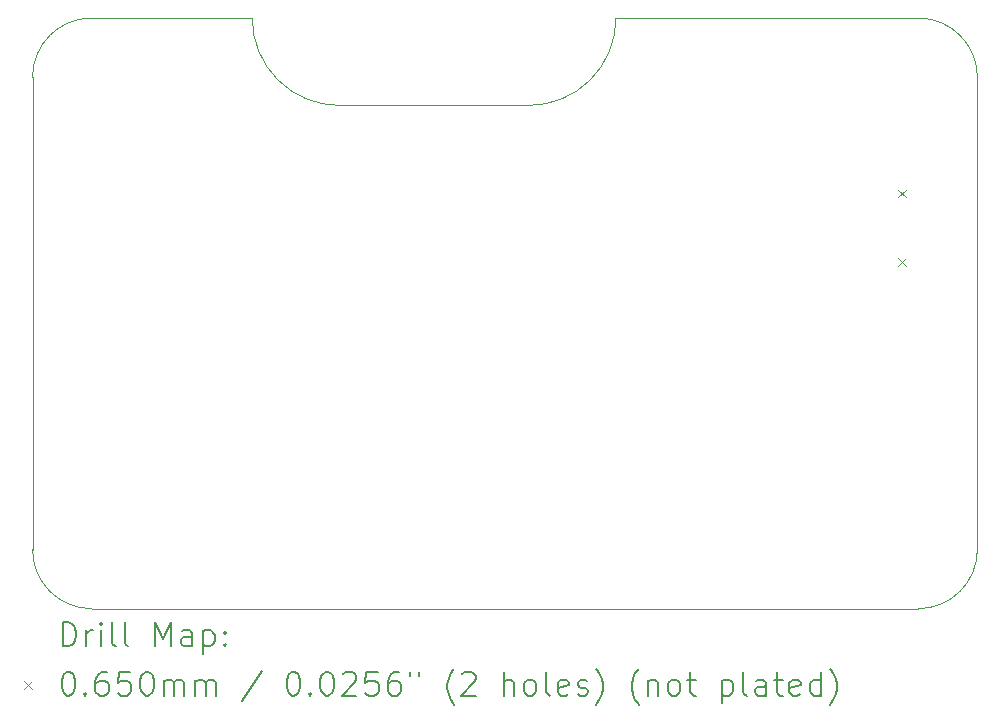
<source format=gbr>
%TF.GenerationSoftware,KiCad,Pcbnew,7.0.6-1.fc37*%
%TF.CreationDate,2023-08-13T21:27:01-07:00*%
%TF.ProjectId,iot_led_strip_pcb,696f745f-6c65-4645-9f73-747269705f70,rev?*%
%TF.SameCoordinates,Original*%
%TF.FileFunction,Drillmap*%
%TF.FilePolarity,Positive*%
%FSLAX45Y45*%
G04 Gerber Fmt 4.5, Leading zero omitted, Abs format (unit mm)*
G04 Created by KiCad (PCBNEW 7.0.6-1.fc37) date 2023-08-13 21:27:01*
%MOMM*%
%LPD*%
G01*
G04 APERTURE LIST*
%ADD10C,0.100000*%
%ADD11C,0.200000*%
%ADD12C,0.064998*%
G04 APERTURE END LIST*
D10*
X4000000Y-6000000D02*
X5360000Y-6000000D01*
X4000000Y-6000000D02*
G75*
G03*
X3500000Y-6500000I0J-500000D01*
G01*
X11000000Y-11000000D02*
X4000000Y-11000000D01*
X11000000Y-11000000D02*
G75*
G03*
X11500000Y-10500000I0J500000D01*
G01*
X3500000Y-10500000D02*
G75*
G03*
X4000000Y-11000000I500000J0D01*
G01*
X3500000Y-10500000D02*
X3500000Y-6500000D01*
X7700000Y-6740000D02*
X6100000Y-6740000D01*
X8440000Y-6000000D02*
X11000000Y-6000000D01*
X11500000Y-6500000D02*
X11500000Y-10500000D01*
X7700000Y-6740000D02*
G75*
G03*
X8440000Y-6000000I0J740000D01*
G01*
X11500000Y-6500000D02*
G75*
G03*
X11000000Y-6000000I-500000J0D01*
G01*
X5360000Y-6000000D02*
G75*
G03*
X6100000Y-6740000I740000J0D01*
G01*
D11*
D12*
X10829495Y-7453505D02*
X10894493Y-7518504D01*
X10894493Y-7453505D02*
X10829495Y-7518504D01*
X10829495Y-8032499D02*
X10894493Y-8097498D01*
X10894493Y-8032499D02*
X10829495Y-8097498D01*
D11*
X3755777Y-11316484D02*
X3755777Y-11116484D01*
X3755777Y-11116484D02*
X3803396Y-11116484D01*
X3803396Y-11116484D02*
X3831967Y-11126008D01*
X3831967Y-11126008D02*
X3851015Y-11145055D01*
X3851015Y-11145055D02*
X3860539Y-11164103D01*
X3860539Y-11164103D02*
X3870062Y-11202198D01*
X3870062Y-11202198D02*
X3870062Y-11230769D01*
X3870062Y-11230769D02*
X3860539Y-11268865D01*
X3860539Y-11268865D02*
X3851015Y-11287912D01*
X3851015Y-11287912D02*
X3831967Y-11306960D01*
X3831967Y-11306960D02*
X3803396Y-11316484D01*
X3803396Y-11316484D02*
X3755777Y-11316484D01*
X3955777Y-11316484D02*
X3955777Y-11183150D01*
X3955777Y-11221246D02*
X3965301Y-11202198D01*
X3965301Y-11202198D02*
X3974824Y-11192674D01*
X3974824Y-11192674D02*
X3993872Y-11183150D01*
X3993872Y-11183150D02*
X4012920Y-11183150D01*
X4079586Y-11316484D02*
X4079586Y-11183150D01*
X4079586Y-11116484D02*
X4070062Y-11126008D01*
X4070062Y-11126008D02*
X4079586Y-11135531D01*
X4079586Y-11135531D02*
X4089110Y-11126008D01*
X4089110Y-11126008D02*
X4079586Y-11116484D01*
X4079586Y-11116484D02*
X4079586Y-11135531D01*
X4203396Y-11316484D02*
X4184348Y-11306960D01*
X4184348Y-11306960D02*
X4174824Y-11287912D01*
X4174824Y-11287912D02*
X4174824Y-11116484D01*
X4308158Y-11316484D02*
X4289110Y-11306960D01*
X4289110Y-11306960D02*
X4279586Y-11287912D01*
X4279586Y-11287912D02*
X4279586Y-11116484D01*
X4536729Y-11316484D02*
X4536729Y-11116484D01*
X4536729Y-11116484D02*
X4603396Y-11259341D01*
X4603396Y-11259341D02*
X4670063Y-11116484D01*
X4670063Y-11116484D02*
X4670063Y-11316484D01*
X4851015Y-11316484D02*
X4851015Y-11211722D01*
X4851015Y-11211722D02*
X4841491Y-11192674D01*
X4841491Y-11192674D02*
X4822444Y-11183150D01*
X4822444Y-11183150D02*
X4784348Y-11183150D01*
X4784348Y-11183150D02*
X4765301Y-11192674D01*
X4851015Y-11306960D02*
X4831967Y-11316484D01*
X4831967Y-11316484D02*
X4784348Y-11316484D01*
X4784348Y-11316484D02*
X4765301Y-11306960D01*
X4765301Y-11306960D02*
X4755777Y-11287912D01*
X4755777Y-11287912D02*
X4755777Y-11268865D01*
X4755777Y-11268865D02*
X4765301Y-11249817D01*
X4765301Y-11249817D02*
X4784348Y-11240293D01*
X4784348Y-11240293D02*
X4831967Y-11240293D01*
X4831967Y-11240293D02*
X4851015Y-11230769D01*
X4946253Y-11183150D02*
X4946253Y-11383150D01*
X4946253Y-11192674D02*
X4965301Y-11183150D01*
X4965301Y-11183150D02*
X5003396Y-11183150D01*
X5003396Y-11183150D02*
X5022444Y-11192674D01*
X5022444Y-11192674D02*
X5031967Y-11202198D01*
X5031967Y-11202198D02*
X5041491Y-11221246D01*
X5041491Y-11221246D02*
X5041491Y-11278388D01*
X5041491Y-11278388D02*
X5031967Y-11297436D01*
X5031967Y-11297436D02*
X5022444Y-11306960D01*
X5022444Y-11306960D02*
X5003396Y-11316484D01*
X5003396Y-11316484D02*
X4965301Y-11316484D01*
X4965301Y-11316484D02*
X4946253Y-11306960D01*
X5127205Y-11297436D02*
X5136729Y-11306960D01*
X5136729Y-11306960D02*
X5127205Y-11316484D01*
X5127205Y-11316484D02*
X5117682Y-11306960D01*
X5117682Y-11306960D02*
X5127205Y-11297436D01*
X5127205Y-11297436D02*
X5127205Y-11316484D01*
X5127205Y-11192674D02*
X5136729Y-11202198D01*
X5136729Y-11202198D02*
X5127205Y-11211722D01*
X5127205Y-11211722D02*
X5117682Y-11202198D01*
X5117682Y-11202198D02*
X5127205Y-11192674D01*
X5127205Y-11192674D02*
X5127205Y-11211722D01*
D12*
X3430001Y-11612501D02*
X3495000Y-11677499D01*
X3495000Y-11612501D02*
X3430001Y-11677499D01*
D11*
X3793872Y-11536484D02*
X3812920Y-11536484D01*
X3812920Y-11536484D02*
X3831967Y-11546008D01*
X3831967Y-11546008D02*
X3841491Y-11555531D01*
X3841491Y-11555531D02*
X3851015Y-11574579D01*
X3851015Y-11574579D02*
X3860539Y-11612674D01*
X3860539Y-11612674D02*
X3860539Y-11660293D01*
X3860539Y-11660293D02*
X3851015Y-11698388D01*
X3851015Y-11698388D02*
X3841491Y-11717436D01*
X3841491Y-11717436D02*
X3831967Y-11726960D01*
X3831967Y-11726960D02*
X3812920Y-11736484D01*
X3812920Y-11736484D02*
X3793872Y-11736484D01*
X3793872Y-11736484D02*
X3774824Y-11726960D01*
X3774824Y-11726960D02*
X3765301Y-11717436D01*
X3765301Y-11717436D02*
X3755777Y-11698388D01*
X3755777Y-11698388D02*
X3746253Y-11660293D01*
X3746253Y-11660293D02*
X3746253Y-11612674D01*
X3746253Y-11612674D02*
X3755777Y-11574579D01*
X3755777Y-11574579D02*
X3765301Y-11555531D01*
X3765301Y-11555531D02*
X3774824Y-11546008D01*
X3774824Y-11546008D02*
X3793872Y-11536484D01*
X3946253Y-11717436D02*
X3955777Y-11726960D01*
X3955777Y-11726960D02*
X3946253Y-11736484D01*
X3946253Y-11736484D02*
X3936729Y-11726960D01*
X3936729Y-11726960D02*
X3946253Y-11717436D01*
X3946253Y-11717436D02*
X3946253Y-11736484D01*
X4127205Y-11536484D02*
X4089110Y-11536484D01*
X4089110Y-11536484D02*
X4070062Y-11546008D01*
X4070062Y-11546008D02*
X4060539Y-11555531D01*
X4060539Y-11555531D02*
X4041491Y-11584103D01*
X4041491Y-11584103D02*
X4031967Y-11622198D01*
X4031967Y-11622198D02*
X4031967Y-11698388D01*
X4031967Y-11698388D02*
X4041491Y-11717436D01*
X4041491Y-11717436D02*
X4051015Y-11726960D01*
X4051015Y-11726960D02*
X4070062Y-11736484D01*
X4070062Y-11736484D02*
X4108158Y-11736484D01*
X4108158Y-11736484D02*
X4127205Y-11726960D01*
X4127205Y-11726960D02*
X4136729Y-11717436D01*
X4136729Y-11717436D02*
X4146253Y-11698388D01*
X4146253Y-11698388D02*
X4146253Y-11650769D01*
X4146253Y-11650769D02*
X4136729Y-11631722D01*
X4136729Y-11631722D02*
X4127205Y-11622198D01*
X4127205Y-11622198D02*
X4108158Y-11612674D01*
X4108158Y-11612674D02*
X4070062Y-11612674D01*
X4070062Y-11612674D02*
X4051015Y-11622198D01*
X4051015Y-11622198D02*
X4041491Y-11631722D01*
X4041491Y-11631722D02*
X4031967Y-11650769D01*
X4327205Y-11536484D02*
X4231967Y-11536484D01*
X4231967Y-11536484D02*
X4222444Y-11631722D01*
X4222444Y-11631722D02*
X4231967Y-11622198D01*
X4231967Y-11622198D02*
X4251015Y-11612674D01*
X4251015Y-11612674D02*
X4298634Y-11612674D01*
X4298634Y-11612674D02*
X4317682Y-11622198D01*
X4317682Y-11622198D02*
X4327205Y-11631722D01*
X4327205Y-11631722D02*
X4336729Y-11650769D01*
X4336729Y-11650769D02*
X4336729Y-11698388D01*
X4336729Y-11698388D02*
X4327205Y-11717436D01*
X4327205Y-11717436D02*
X4317682Y-11726960D01*
X4317682Y-11726960D02*
X4298634Y-11736484D01*
X4298634Y-11736484D02*
X4251015Y-11736484D01*
X4251015Y-11736484D02*
X4231967Y-11726960D01*
X4231967Y-11726960D02*
X4222444Y-11717436D01*
X4460539Y-11536484D02*
X4479586Y-11536484D01*
X4479586Y-11536484D02*
X4498634Y-11546008D01*
X4498634Y-11546008D02*
X4508158Y-11555531D01*
X4508158Y-11555531D02*
X4517682Y-11574579D01*
X4517682Y-11574579D02*
X4527205Y-11612674D01*
X4527205Y-11612674D02*
X4527205Y-11660293D01*
X4527205Y-11660293D02*
X4517682Y-11698388D01*
X4517682Y-11698388D02*
X4508158Y-11717436D01*
X4508158Y-11717436D02*
X4498634Y-11726960D01*
X4498634Y-11726960D02*
X4479586Y-11736484D01*
X4479586Y-11736484D02*
X4460539Y-11736484D01*
X4460539Y-11736484D02*
X4441491Y-11726960D01*
X4441491Y-11726960D02*
X4431967Y-11717436D01*
X4431967Y-11717436D02*
X4422444Y-11698388D01*
X4422444Y-11698388D02*
X4412920Y-11660293D01*
X4412920Y-11660293D02*
X4412920Y-11612674D01*
X4412920Y-11612674D02*
X4422444Y-11574579D01*
X4422444Y-11574579D02*
X4431967Y-11555531D01*
X4431967Y-11555531D02*
X4441491Y-11546008D01*
X4441491Y-11546008D02*
X4460539Y-11536484D01*
X4612920Y-11736484D02*
X4612920Y-11603150D01*
X4612920Y-11622198D02*
X4622444Y-11612674D01*
X4622444Y-11612674D02*
X4641491Y-11603150D01*
X4641491Y-11603150D02*
X4670063Y-11603150D01*
X4670063Y-11603150D02*
X4689110Y-11612674D01*
X4689110Y-11612674D02*
X4698634Y-11631722D01*
X4698634Y-11631722D02*
X4698634Y-11736484D01*
X4698634Y-11631722D02*
X4708158Y-11612674D01*
X4708158Y-11612674D02*
X4727205Y-11603150D01*
X4727205Y-11603150D02*
X4755777Y-11603150D01*
X4755777Y-11603150D02*
X4774825Y-11612674D01*
X4774825Y-11612674D02*
X4784348Y-11631722D01*
X4784348Y-11631722D02*
X4784348Y-11736484D01*
X4879586Y-11736484D02*
X4879586Y-11603150D01*
X4879586Y-11622198D02*
X4889110Y-11612674D01*
X4889110Y-11612674D02*
X4908158Y-11603150D01*
X4908158Y-11603150D02*
X4936729Y-11603150D01*
X4936729Y-11603150D02*
X4955777Y-11612674D01*
X4955777Y-11612674D02*
X4965301Y-11631722D01*
X4965301Y-11631722D02*
X4965301Y-11736484D01*
X4965301Y-11631722D02*
X4974825Y-11612674D01*
X4974825Y-11612674D02*
X4993872Y-11603150D01*
X4993872Y-11603150D02*
X5022444Y-11603150D01*
X5022444Y-11603150D02*
X5041491Y-11612674D01*
X5041491Y-11612674D02*
X5051015Y-11631722D01*
X5051015Y-11631722D02*
X5051015Y-11736484D01*
X5441491Y-11526960D02*
X5270063Y-11784103D01*
X5698634Y-11536484D02*
X5717682Y-11536484D01*
X5717682Y-11536484D02*
X5736729Y-11546008D01*
X5736729Y-11546008D02*
X5746253Y-11555531D01*
X5746253Y-11555531D02*
X5755777Y-11574579D01*
X5755777Y-11574579D02*
X5765301Y-11612674D01*
X5765301Y-11612674D02*
X5765301Y-11660293D01*
X5765301Y-11660293D02*
X5755777Y-11698388D01*
X5755777Y-11698388D02*
X5746253Y-11717436D01*
X5746253Y-11717436D02*
X5736729Y-11726960D01*
X5736729Y-11726960D02*
X5717682Y-11736484D01*
X5717682Y-11736484D02*
X5698634Y-11736484D01*
X5698634Y-11736484D02*
X5679586Y-11726960D01*
X5679586Y-11726960D02*
X5670063Y-11717436D01*
X5670063Y-11717436D02*
X5660539Y-11698388D01*
X5660539Y-11698388D02*
X5651015Y-11660293D01*
X5651015Y-11660293D02*
X5651015Y-11612674D01*
X5651015Y-11612674D02*
X5660539Y-11574579D01*
X5660539Y-11574579D02*
X5670063Y-11555531D01*
X5670063Y-11555531D02*
X5679586Y-11546008D01*
X5679586Y-11546008D02*
X5698634Y-11536484D01*
X5851015Y-11717436D02*
X5860539Y-11726960D01*
X5860539Y-11726960D02*
X5851015Y-11736484D01*
X5851015Y-11736484D02*
X5841491Y-11726960D01*
X5841491Y-11726960D02*
X5851015Y-11717436D01*
X5851015Y-11717436D02*
X5851015Y-11736484D01*
X5984348Y-11536484D02*
X6003396Y-11536484D01*
X6003396Y-11536484D02*
X6022444Y-11546008D01*
X6022444Y-11546008D02*
X6031967Y-11555531D01*
X6031967Y-11555531D02*
X6041491Y-11574579D01*
X6041491Y-11574579D02*
X6051015Y-11612674D01*
X6051015Y-11612674D02*
X6051015Y-11660293D01*
X6051015Y-11660293D02*
X6041491Y-11698388D01*
X6041491Y-11698388D02*
X6031967Y-11717436D01*
X6031967Y-11717436D02*
X6022444Y-11726960D01*
X6022444Y-11726960D02*
X6003396Y-11736484D01*
X6003396Y-11736484D02*
X5984348Y-11736484D01*
X5984348Y-11736484D02*
X5965301Y-11726960D01*
X5965301Y-11726960D02*
X5955777Y-11717436D01*
X5955777Y-11717436D02*
X5946253Y-11698388D01*
X5946253Y-11698388D02*
X5936729Y-11660293D01*
X5936729Y-11660293D02*
X5936729Y-11612674D01*
X5936729Y-11612674D02*
X5946253Y-11574579D01*
X5946253Y-11574579D02*
X5955777Y-11555531D01*
X5955777Y-11555531D02*
X5965301Y-11546008D01*
X5965301Y-11546008D02*
X5984348Y-11536484D01*
X6127206Y-11555531D02*
X6136729Y-11546008D01*
X6136729Y-11546008D02*
X6155777Y-11536484D01*
X6155777Y-11536484D02*
X6203396Y-11536484D01*
X6203396Y-11536484D02*
X6222444Y-11546008D01*
X6222444Y-11546008D02*
X6231967Y-11555531D01*
X6231967Y-11555531D02*
X6241491Y-11574579D01*
X6241491Y-11574579D02*
X6241491Y-11593627D01*
X6241491Y-11593627D02*
X6231967Y-11622198D01*
X6231967Y-11622198D02*
X6117682Y-11736484D01*
X6117682Y-11736484D02*
X6241491Y-11736484D01*
X6422444Y-11536484D02*
X6327206Y-11536484D01*
X6327206Y-11536484D02*
X6317682Y-11631722D01*
X6317682Y-11631722D02*
X6327206Y-11622198D01*
X6327206Y-11622198D02*
X6346253Y-11612674D01*
X6346253Y-11612674D02*
X6393872Y-11612674D01*
X6393872Y-11612674D02*
X6412920Y-11622198D01*
X6412920Y-11622198D02*
X6422444Y-11631722D01*
X6422444Y-11631722D02*
X6431967Y-11650769D01*
X6431967Y-11650769D02*
X6431967Y-11698388D01*
X6431967Y-11698388D02*
X6422444Y-11717436D01*
X6422444Y-11717436D02*
X6412920Y-11726960D01*
X6412920Y-11726960D02*
X6393872Y-11736484D01*
X6393872Y-11736484D02*
X6346253Y-11736484D01*
X6346253Y-11736484D02*
X6327206Y-11726960D01*
X6327206Y-11726960D02*
X6317682Y-11717436D01*
X6603396Y-11536484D02*
X6565301Y-11536484D01*
X6565301Y-11536484D02*
X6546253Y-11546008D01*
X6546253Y-11546008D02*
X6536729Y-11555531D01*
X6536729Y-11555531D02*
X6517682Y-11584103D01*
X6517682Y-11584103D02*
X6508158Y-11622198D01*
X6508158Y-11622198D02*
X6508158Y-11698388D01*
X6508158Y-11698388D02*
X6517682Y-11717436D01*
X6517682Y-11717436D02*
X6527206Y-11726960D01*
X6527206Y-11726960D02*
X6546253Y-11736484D01*
X6546253Y-11736484D02*
X6584348Y-11736484D01*
X6584348Y-11736484D02*
X6603396Y-11726960D01*
X6603396Y-11726960D02*
X6612920Y-11717436D01*
X6612920Y-11717436D02*
X6622444Y-11698388D01*
X6622444Y-11698388D02*
X6622444Y-11650769D01*
X6622444Y-11650769D02*
X6612920Y-11631722D01*
X6612920Y-11631722D02*
X6603396Y-11622198D01*
X6603396Y-11622198D02*
X6584348Y-11612674D01*
X6584348Y-11612674D02*
X6546253Y-11612674D01*
X6546253Y-11612674D02*
X6527206Y-11622198D01*
X6527206Y-11622198D02*
X6517682Y-11631722D01*
X6517682Y-11631722D02*
X6508158Y-11650769D01*
X6698634Y-11536484D02*
X6698634Y-11574579D01*
X6774825Y-11536484D02*
X6774825Y-11574579D01*
X7070063Y-11812674D02*
X7060539Y-11803150D01*
X7060539Y-11803150D02*
X7041491Y-11774579D01*
X7041491Y-11774579D02*
X7031968Y-11755531D01*
X7031968Y-11755531D02*
X7022444Y-11726960D01*
X7022444Y-11726960D02*
X7012920Y-11679341D01*
X7012920Y-11679341D02*
X7012920Y-11641246D01*
X7012920Y-11641246D02*
X7022444Y-11593627D01*
X7022444Y-11593627D02*
X7031968Y-11565055D01*
X7031968Y-11565055D02*
X7041491Y-11546008D01*
X7041491Y-11546008D02*
X7060539Y-11517436D01*
X7060539Y-11517436D02*
X7070063Y-11507912D01*
X7136729Y-11555531D02*
X7146253Y-11546008D01*
X7146253Y-11546008D02*
X7165301Y-11536484D01*
X7165301Y-11536484D02*
X7212920Y-11536484D01*
X7212920Y-11536484D02*
X7231968Y-11546008D01*
X7231968Y-11546008D02*
X7241491Y-11555531D01*
X7241491Y-11555531D02*
X7251015Y-11574579D01*
X7251015Y-11574579D02*
X7251015Y-11593627D01*
X7251015Y-11593627D02*
X7241491Y-11622198D01*
X7241491Y-11622198D02*
X7127206Y-11736484D01*
X7127206Y-11736484D02*
X7251015Y-11736484D01*
X7489110Y-11736484D02*
X7489110Y-11536484D01*
X7574825Y-11736484D02*
X7574825Y-11631722D01*
X7574825Y-11631722D02*
X7565301Y-11612674D01*
X7565301Y-11612674D02*
X7546253Y-11603150D01*
X7546253Y-11603150D02*
X7517682Y-11603150D01*
X7517682Y-11603150D02*
X7498634Y-11612674D01*
X7498634Y-11612674D02*
X7489110Y-11622198D01*
X7698634Y-11736484D02*
X7679587Y-11726960D01*
X7679587Y-11726960D02*
X7670063Y-11717436D01*
X7670063Y-11717436D02*
X7660539Y-11698388D01*
X7660539Y-11698388D02*
X7660539Y-11641246D01*
X7660539Y-11641246D02*
X7670063Y-11622198D01*
X7670063Y-11622198D02*
X7679587Y-11612674D01*
X7679587Y-11612674D02*
X7698634Y-11603150D01*
X7698634Y-11603150D02*
X7727206Y-11603150D01*
X7727206Y-11603150D02*
X7746253Y-11612674D01*
X7746253Y-11612674D02*
X7755777Y-11622198D01*
X7755777Y-11622198D02*
X7765301Y-11641246D01*
X7765301Y-11641246D02*
X7765301Y-11698388D01*
X7765301Y-11698388D02*
X7755777Y-11717436D01*
X7755777Y-11717436D02*
X7746253Y-11726960D01*
X7746253Y-11726960D02*
X7727206Y-11736484D01*
X7727206Y-11736484D02*
X7698634Y-11736484D01*
X7879587Y-11736484D02*
X7860539Y-11726960D01*
X7860539Y-11726960D02*
X7851015Y-11707912D01*
X7851015Y-11707912D02*
X7851015Y-11536484D01*
X8031968Y-11726960D02*
X8012920Y-11736484D01*
X8012920Y-11736484D02*
X7974825Y-11736484D01*
X7974825Y-11736484D02*
X7955777Y-11726960D01*
X7955777Y-11726960D02*
X7946253Y-11707912D01*
X7946253Y-11707912D02*
X7946253Y-11631722D01*
X7946253Y-11631722D02*
X7955777Y-11612674D01*
X7955777Y-11612674D02*
X7974825Y-11603150D01*
X7974825Y-11603150D02*
X8012920Y-11603150D01*
X8012920Y-11603150D02*
X8031968Y-11612674D01*
X8031968Y-11612674D02*
X8041491Y-11631722D01*
X8041491Y-11631722D02*
X8041491Y-11650769D01*
X8041491Y-11650769D02*
X7946253Y-11669817D01*
X8117682Y-11726960D02*
X8136730Y-11736484D01*
X8136730Y-11736484D02*
X8174825Y-11736484D01*
X8174825Y-11736484D02*
X8193872Y-11726960D01*
X8193872Y-11726960D02*
X8203396Y-11707912D01*
X8203396Y-11707912D02*
X8203396Y-11698388D01*
X8203396Y-11698388D02*
X8193872Y-11679341D01*
X8193872Y-11679341D02*
X8174825Y-11669817D01*
X8174825Y-11669817D02*
X8146253Y-11669817D01*
X8146253Y-11669817D02*
X8127206Y-11660293D01*
X8127206Y-11660293D02*
X8117682Y-11641246D01*
X8117682Y-11641246D02*
X8117682Y-11631722D01*
X8117682Y-11631722D02*
X8127206Y-11612674D01*
X8127206Y-11612674D02*
X8146253Y-11603150D01*
X8146253Y-11603150D02*
X8174825Y-11603150D01*
X8174825Y-11603150D02*
X8193872Y-11612674D01*
X8270063Y-11812674D02*
X8279587Y-11803150D01*
X8279587Y-11803150D02*
X8298634Y-11774579D01*
X8298634Y-11774579D02*
X8308158Y-11755531D01*
X8308158Y-11755531D02*
X8317682Y-11726960D01*
X8317682Y-11726960D02*
X8327206Y-11679341D01*
X8327206Y-11679341D02*
X8327206Y-11641246D01*
X8327206Y-11641246D02*
X8317682Y-11593627D01*
X8317682Y-11593627D02*
X8308158Y-11565055D01*
X8308158Y-11565055D02*
X8298634Y-11546008D01*
X8298634Y-11546008D02*
X8279587Y-11517436D01*
X8279587Y-11517436D02*
X8270063Y-11507912D01*
X8631968Y-11812674D02*
X8622444Y-11803150D01*
X8622444Y-11803150D02*
X8603396Y-11774579D01*
X8603396Y-11774579D02*
X8593873Y-11755531D01*
X8593873Y-11755531D02*
X8584349Y-11726960D01*
X8584349Y-11726960D02*
X8574825Y-11679341D01*
X8574825Y-11679341D02*
X8574825Y-11641246D01*
X8574825Y-11641246D02*
X8584349Y-11593627D01*
X8584349Y-11593627D02*
X8593873Y-11565055D01*
X8593873Y-11565055D02*
X8603396Y-11546008D01*
X8603396Y-11546008D02*
X8622444Y-11517436D01*
X8622444Y-11517436D02*
X8631968Y-11507912D01*
X8708158Y-11603150D02*
X8708158Y-11736484D01*
X8708158Y-11622198D02*
X8717682Y-11612674D01*
X8717682Y-11612674D02*
X8736730Y-11603150D01*
X8736730Y-11603150D02*
X8765301Y-11603150D01*
X8765301Y-11603150D02*
X8784349Y-11612674D01*
X8784349Y-11612674D02*
X8793873Y-11631722D01*
X8793873Y-11631722D02*
X8793873Y-11736484D01*
X8917682Y-11736484D02*
X8898634Y-11726960D01*
X8898634Y-11726960D02*
X8889111Y-11717436D01*
X8889111Y-11717436D02*
X8879587Y-11698388D01*
X8879587Y-11698388D02*
X8879587Y-11641246D01*
X8879587Y-11641246D02*
X8889111Y-11622198D01*
X8889111Y-11622198D02*
X8898634Y-11612674D01*
X8898634Y-11612674D02*
X8917682Y-11603150D01*
X8917682Y-11603150D02*
X8946254Y-11603150D01*
X8946254Y-11603150D02*
X8965301Y-11612674D01*
X8965301Y-11612674D02*
X8974825Y-11622198D01*
X8974825Y-11622198D02*
X8984349Y-11641246D01*
X8984349Y-11641246D02*
X8984349Y-11698388D01*
X8984349Y-11698388D02*
X8974825Y-11717436D01*
X8974825Y-11717436D02*
X8965301Y-11726960D01*
X8965301Y-11726960D02*
X8946254Y-11736484D01*
X8946254Y-11736484D02*
X8917682Y-11736484D01*
X9041492Y-11603150D02*
X9117682Y-11603150D01*
X9070063Y-11536484D02*
X9070063Y-11707912D01*
X9070063Y-11707912D02*
X9079587Y-11726960D01*
X9079587Y-11726960D02*
X9098634Y-11736484D01*
X9098634Y-11736484D02*
X9117682Y-11736484D01*
X9336730Y-11603150D02*
X9336730Y-11803150D01*
X9336730Y-11612674D02*
X9355777Y-11603150D01*
X9355777Y-11603150D02*
X9393873Y-11603150D01*
X9393873Y-11603150D02*
X9412920Y-11612674D01*
X9412920Y-11612674D02*
X9422444Y-11622198D01*
X9422444Y-11622198D02*
X9431968Y-11641246D01*
X9431968Y-11641246D02*
X9431968Y-11698388D01*
X9431968Y-11698388D02*
X9422444Y-11717436D01*
X9422444Y-11717436D02*
X9412920Y-11726960D01*
X9412920Y-11726960D02*
X9393873Y-11736484D01*
X9393873Y-11736484D02*
X9355777Y-11736484D01*
X9355777Y-11736484D02*
X9336730Y-11726960D01*
X9546254Y-11736484D02*
X9527206Y-11726960D01*
X9527206Y-11726960D02*
X9517682Y-11707912D01*
X9517682Y-11707912D02*
X9517682Y-11536484D01*
X9708158Y-11736484D02*
X9708158Y-11631722D01*
X9708158Y-11631722D02*
X9698635Y-11612674D01*
X9698635Y-11612674D02*
X9679587Y-11603150D01*
X9679587Y-11603150D02*
X9641492Y-11603150D01*
X9641492Y-11603150D02*
X9622444Y-11612674D01*
X9708158Y-11726960D02*
X9689111Y-11736484D01*
X9689111Y-11736484D02*
X9641492Y-11736484D01*
X9641492Y-11736484D02*
X9622444Y-11726960D01*
X9622444Y-11726960D02*
X9612920Y-11707912D01*
X9612920Y-11707912D02*
X9612920Y-11688865D01*
X9612920Y-11688865D02*
X9622444Y-11669817D01*
X9622444Y-11669817D02*
X9641492Y-11660293D01*
X9641492Y-11660293D02*
X9689111Y-11660293D01*
X9689111Y-11660293D02*
X9708158Y-11650769D01*
X9774825Y-11603150D02*
X9851015Y-11603150D01*
X9803396Y-11536484D02*
X9803396Y-11707912D01*
X9803396Y-11707912D02*
X9812920Y-11726960D01*
X9812920Y-11726960D02*
X9831968Y-11736484D01*
X9831968Y-11736484D02*
X9851015Y-11736484D01*
X9993873Y-11726960D02*
X9974825Y-11736484D01*
X9974825Y-11736484D02*
X9936730Y-11736484D01*
X9936730Y-11736484D02*
X9917682Y-11726960D01*
X9917682Y-11726960D02*
X9908158Y-11707912D01*
X9908158Y-11707912D02*
X9908158Y-11631722D01*
X9908158Y-11631722D02*
X9917682Y-11612674D01*
X9917682Y-11612674D02*
X9936730Y-11603150D01*
X9936730Y-11603150D02*
X9974825Y-11603150D01*
X9974825Y-11603150D02*
X9993873Y-11612674D01*
X9993873Y-11612674D02*
X10003396Y-11631722D01*
X10003396Y-11631722D02*
X10003396Y-11650769D01*
X10003396Y-11650769D02*
X9908158Y-11669817D01*
X10174825Y-11736484D02*
X10174825Y-11536484D01*
X10174825Y-11726960D02*
X10155777Y-11736484D01*
X10155777Y-11736484D02*
X10117682Y-11736484D01*
X10117682Y-11736484D02*
X10098635Y-11726960D01*
X10098635Y-11726960D02*
X10089111Y-11717436D01*
X10089111Y-11717436D02*
X10079587Y-11698388D01*
X10079587Y-11698388D02*
X10079587Y-11641246D01*
X10079587Y-11641246D02*
X10089111Y-11622198D01*
X10089111Y-11622198D02*
X10098635Y-11612674D01*
X10098635Y-11612674D02*
X10117682Y-11603150D01*
X10117682Y-11603150D02*
X10155777Y-11603150D01*
X10155777Y-11603150D02*
X10174825Y-11612674D01*
X10251016Y-11812674D02*
X10260539Y-11803150D01*
X10260539Y-11803150D02*
X10279587Y-11774579D01*
X10279587Y-11774579D02*
X10289111Y-11755531D01*
X10289111Y-11755531D02*
X10298635Y-11726960D01*
X10298635Y-11726960D02*
X10308158Y-11679341D01*
X10308158Y-11679341D02*
X10308158Y-11641246D01*
X10308158Y-11641246D02*
X10298635Y-11593627D01*
X10298635Y-11593627D02*
X10289111Y-11565055D01*
X10289111Y-11565055D02*
X10279587Y-11546008D01*
X10279587Y-11546008D02*
X10260539Y-11517436D01*
X10260539Y-11517436D02*
X10251016Y-11507912D01*
M02*

</source>
